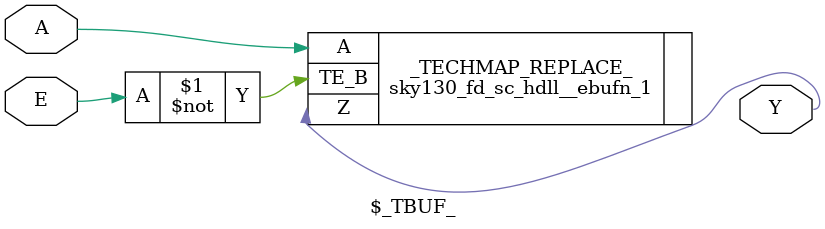
<source format=v>
module \$_TBUF_ (input A, input E, output Y);
  sky130_fd_sc_hdll__ebufn_1 _TECHMAP_REPLACE_ (
    .A(A),
    .Z(Y),
    .TE_B(~E));
endmodule

</source>
